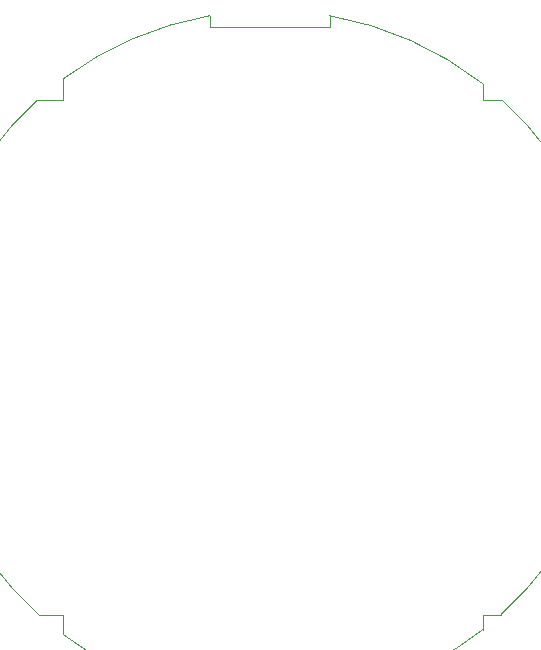
<source format=gbr>
%TF.GenerationSoftware,KiCad,Pcbnew,5.1.6-c6e7f7d~87~ubuntu20.04.1*%
%TF.CreationDate,2020-07-30T14:09:28+02:00*%
%TF.ProjectId,ESP8266-WS2812-Puck,45535038-3236-4362-9d57-53323831322d,rev?*%
%TF.SameCoordinates,Original*%
%TF.FileFunction,Profile,NP*%
%FSLAX46Y46*%
G04 Gerber Fmt 4.6, Leading zero omitted, Abs format (unit mm)*
G04 Created by KiCad (PCBNEW 5.1.6-c6e7f7d~87~ubuntu20.04.1) date 2020-07-30 14:09:28*
%MOMM*%
%LPD*%
G01*
G04 APERTURE LIST*
%TA.AperFunction,Profile*%
%ADD10C,0.050000*%
%TD*%
G04 APERTURE END LIST*
D10*
X132329426Y-73018864D02*
X132334000Y-74803000D01*
X169417999Y-118363999D02*
X167888966Y-118357550D01*
X167888965Y-119627550D02*
G75*
G02*
X132334001Y-120014999I-18031324J23100575D01*
G01*
X154940059Y-67646901D02*
G75*
G02*
X167893999Y-73406001I-5082418J-28880074D01*
G01*
X169544313Y-74803758D02*
G75*
G02*
X169417999Y-118363999I-19686672J-21723217D01*
G01*
X130301333Y-118364745D02*
G75*
G02*
X130175001Y-74803001I19556308J21837770D01*
G01*
X132329425Y-73018863D02*
G75*
G02*
X144777641Y-67646822I17528216J-23508112D01*
G01*
X132334000Y-118364000D02*
X130302000Y-118364000D01*
X132334000Y-120015000D02*
X132334000Y-118364000D01*
X167888966Y-118357550D02*
X167888966Y-119627550D01*
X167894000Y-74803000D02*
X169545000Y-74803000D01*
X167894000Y-73406000D02*
X167894000Y-74803000D01*
X132334000Y-74803000D02*
X130175000Y-74803000D01*
X154938868Y-68580000D02*
X154940000Y-67647236D01*
X144777641Y-68586975D02*
X144777640Y-67646821D01*
X144777641Y-68586975D02*
X154938868Y-68580000D01*
M02*

</source>
